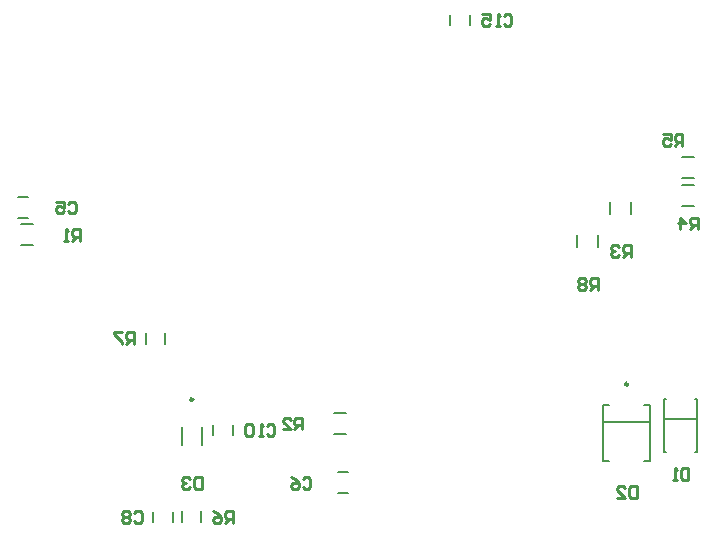
<source format=gbo>
G04*
G04 #@! TF.GenerationSoftware,Altium Limited,Altium Designer,21.3.2 (30)*
G04*
G04 Layer_Color=32896*
%FSLAX25Y25*%
%MOIN*%
G70*
G04*
G04 #@! TF.SameCoordinates,394D426F-0CA9-4E3C-942C-AD562F4B4749*
G04*
G04*
G04 #@! TF.FilePolarity,Positive*
G04*
G01*
G75*
%ADD10C,0.00787*%
%ADD11C,0.00984*%
%ADD15C,0.01000*%
D10*
X222055Y130933D02*
Y135067D01*
X228945Y130933D02*
Y135067D01*
X211055Y119933D02*
Y124067D01*
X217945Y119933D02*
Y124067D01*
X168555Y193832D02*
Y197168D01*
X175445Y193832D02*
Y197168D01*
X245933Y133555D02*
X250067D01*
X245933Y140445D02*
X250067D01*
X245933Y143055D02*
X250067D01*
X245933Y149945D02*
X250067D01*
X129823Y57579D02*
X133957D01*
X129823Y64468D02*
X133957D01*
X131403Y37894D02*
X134739D01*
X131403Y44783D02*
X134739D01*
X76445Y28332D02*
Y31668D01*
X69555Y28332D02*
Y31668D01*
X96445Y57332D02*
Y60668D01*
X89555Y57332D02*
Y60668D01*
X73650Y87638D02*
Y91362D01*
X67350Y87638D02*
Y91362D01*
X79350Y28138D02*
Y31862D01*
X85650Y28138D02*
Y31862D01*
X85847Y53988D02*
Y60012D01*
X79154Y53988D02*
Y60012D01*
X25492Y120571D02*
X29626D01*
X25492Y127461D02*
X29626D01*
X24710Y136516D02*
X28046D01*
X24710Y129626D02*
X28046D01*
X220059Y61445D02*
X234941D01*
X219744Y67350D02*
X221575D01*
X233425D02*
X235256D01*
Y48650D02*
Y67350D01*
X219744Y48650D02*
X221575D01*
X233425D02*
X235256D01*
X219744D02*
Y67350D01*
X240382Y62468D02*
X250618D01*
X240008Y69358D02*
X240717D01*
X250284D02*
X250992D01*
Y51642D02*
Y69358D01*
X240008Y51642D02*
X240717D01*
X250284D02*
X250992D01*
X240008D02*
Y69358D01*
D11*
X82992Y69106D02*
G03*
X82992Y69106I-492J0D01*
G01*
X227992Y74142D02*
G03*
X227992Y74142I-492J0D01*
G01*
D15*
X186476Y196780D02*
X187132Y197436D01*
X188444D01*
X189100Y196780D01*
Y194156D01*
X188444Y193500D01*
X187132D01*
X186476Y194156D01*
X185164Y193500D02*
X183852D01*
X184508D01*
Y197436D01*
X185164Y196780D01*
X179261Y197436D02*
X181885D01*
Y195468D01*
X180573Y196124D01*
X179917D01*
X179261Y195468D01*
Y194156D01*
X179917Y193500D01*
X181228D01*
X181885Y194156D01*
X217800Y105600D02*
Y109536D01*
X215832D01*
X215176Y108880D01*
Y107568D01*
X215832Y106912D01*
X217800D01*
X216488D02*
X215176Y105600D01*
X213864Y108880D02*
X213208Y109536D01*
X211896D01*
X211240Y108880D01*
Y108224D01*
X211896Y107568D01*
X211240Y106912D01*
Y106256D01*
X211896Y105600D01*
X213208D01*
X213864Y106256D01*
Y106912D01*
X213208Y107568D01*
X213864Y108224D01*
Y108880D01*
X213208Y107568D02*
X211896D01*
X63300Y87500D02*
Y91436D01*
X61332D01*
X60676Y90780D01*
Y89468D01*
X61332Y88812D01*
X63300D01*
X61988D02*
X60676Y87500D01*
X59364Y91436D02*
X56740D01*
Y90780D01*
X59364Y88156D01*
Y87500D01*
X96300Y28000D02*
Y31936D01*
X94332D01*
X93676Y31280D01*
Y29968D01*
X94332Y29312D01*
X96300D01*
X94988D02*
X93676Y28000D01*
X89740Y31936D02*
X91052Y31280D01*
X92364Y29968D01*
Y28656D01*
X91708Y28000D01*
X90396D01*
X89740Y28656D01*
Y29312D01*
X90396Y29968D01*
X92364D01*
X246100Y153700D02*
Y157636D01*
X244132D01*
X243476Y156980D01*
Y155668D01*
X244132Y155012D01*
X246100D01*
X244788D02*
X243476Y153700D01*
X239540Y157636D02*
X242164D01*
Y155668D01*
X240852Y156324D01*
X240196D01*
X239540Y155668D01*
Y154356D01*
X240196Y153700D01*
X241508D01*
X242164Y154356D01*
X251300Y125800D02*
Y129736D01*
X249332D01*
X248676Y129080D01*
Y127768D01*
X249332Y127112D01*
X251300D01*
X249988D02*
X248676Y125800D01*
X245396D02*
Y129736D01*
X247364Y127768D01*
X244740D01*
X228800Y116600D02*
Y120536D01*
X226832D01*
X226176Y119880D01*
Y118568D01*
X226832Y117912D01*
X228800D01*
X227488D02*
X226176Y116600D01*
X224864Y119880D02*
X224208Y120536D01*
X222896D01*
X222240Y119880D01*
Y119224D01*
X222896Y118568D01*
X223552D01*
X222896D01*
X222240Y117912D01*
Y117256D01*
X222896Y116600D01*
X224208D01*
X224864Y117256D01*
X119400Y59100D02*
Y63036D01*
X117432D01*
X116776Y62380D01*
Y61068D01*
X117432Y60412D01*
X119400D01*
X118088D02*
X116776Y59100D01*
X112840D02*
X115464D01*
X112840Y61724D01*
Y62380D01*
X113496Y63036D01*
X114808D01*
X115464Y62380D01*
X45300Y122000D02*
Y125936D01*
X43332D01*
X42676Y125280D01*
Y123968D01*
X43332Y123312D01*
X45300D01*
X43988D02*
X42676Y122000D01*
X41364D02*
X40052D01*
X40708D01*
Y125936D01*
X41364Y125280D01*
X85800Y43236D02*
Y39300D01*
X83832D01*
X83176Y39956D01*
Y42580D01*
X83832Y43236D01*
X85800D01*
X81864Y42580D02*
X81208Y43236D01*
X79896D01*
X79240Y42580D01*
Y41924D01*
X79896Y41268D01*
X80552D01*
X79896D01*
X79240Y40612D01*
Y39956D01*
X79896Y39300D01*
X81208D01*
X81864Y39956D01*
X230800Y40336D02*
Y36400D01*
X228832D01*
X228176Y37056D01*
Y39680D01*
X228832Y40336D01*
X230800D01*
X224240Y36400D02*
X226864D01*
X224240Y39024D01*
Y39680D01*
X224896Y40336D01*
X226208D01*
X226864Y39680D01*
X248100Y46336D02*
Y42400D01*
X246132D01*
X245476Y43056D01*
Y45680D01*
X246132Y46336D01*
X248100D01*
X244164Y42400D02*
X242852D01*
X243508D01*
Y46336D01*
X244164Y45680D01*
X107476Y60280D02*
X108132Y60936D01*
X109444D01*
X110100Y60280D01*
Y57656D01*
X109444Y57000D01*
X108132D01*
X107476Y57656D01*
X106164Y57000D02*
X104852D01*
X105508D01*
Y60936D01*
X106164Y60280D01*
X102884D02*
X102228Y60936D01*
X100917D01*
X100261Y60280D01*
Y57656D01*
X100917Y57000D01*
X102228D01*
X102884Y57656D01*
Y60280D01*
X63176Y31280D02*
X63832Y31936D01*
X65144D01*
X65800Y31280D01*
Y28656D01*
X65144Y28000D01*
X63832D01*
X63176Y28656D01*
X61864Y31280D02*
X61208Y31936D01*
X59896D01*
X59240Y31280D01*
Y30624D01*
X59896Y29968D01*
X59240Y29312D01*
Y28656D01*
X59896Y28000D01*
X61208D01*
X61864Y28656D01*
Y29312D01*
X61208Y29968D01*
X61864Y30624D01*
Y31280D01*
X61208Y29968D02*
X59896D01*
X119476Y42680D02*
X120132Y43336D01*
X121444D01*
X122100Y42680D01*
Y40056D01*
X121444Y39400D01*
X120132D01*
X119476Y40056D01*
X115540Y43336D02*
X116852Y42680D01*
X118164Y41368D01*
Y40056D01*
X117508Y39400D01*
X116196D01*
X115540Y40056D01*
Y40712D01*
X116196Y41368D01*
X118164D01*
X41276Y134380D02*
X41932Y135036D01*
X43244D01*
X43900Y134380D01*
Y131756D01*
X43244Y131100D01*
X41932D01*
X41276Y131756D01*
X37340Y135036D02*
X39964D01*
Y133068D01*
X38652Y133724D01*
X37996D01*
X37340Y133068D01*
Y131756D01*
X37996Y131100D01*
X39308D01*
X39964Y131756D01*
M02*

</source>
